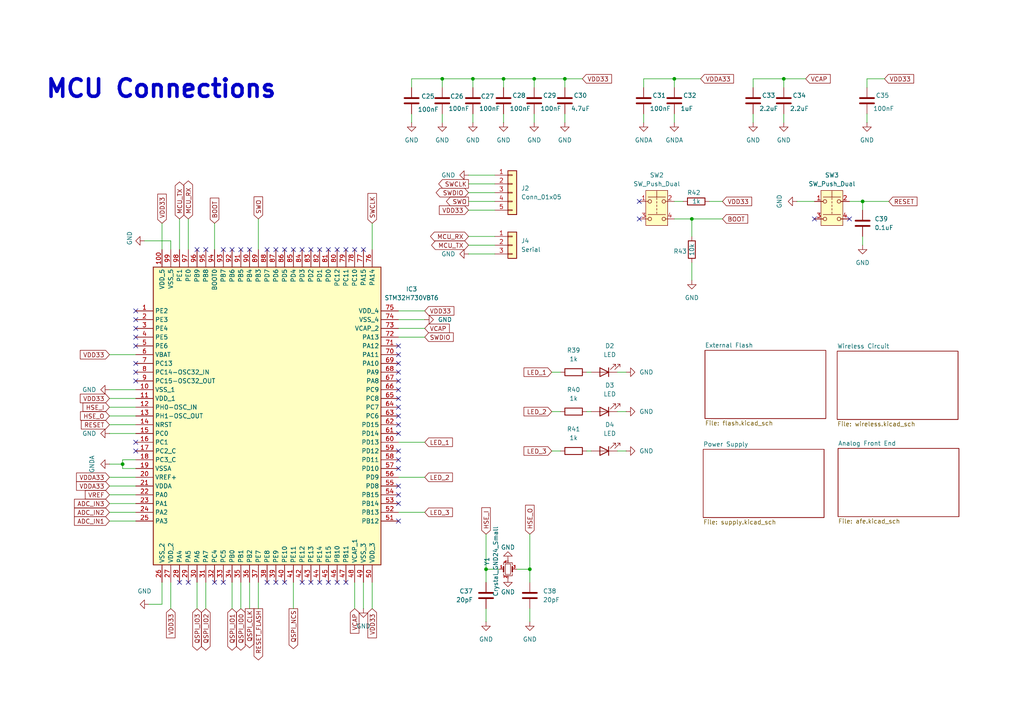
<source format=kicad_sch>
(kicad_sch (version 20231120) (generator "eeschema") (generator_version "8.0")
  (paper "A4")
  (lib_symbols
    (symbol "Connector_Generic:Conn_01x03" (pin_names (offset 1.016) hide)
      (property "Reference" "J" (at 0 5.08 0))
      (property "Value" "Conn_01x03" (at 0 -5.08 0))
      (symbol "Conn_01x03_1_1"
        (rectangle (start -1.27 -2.413) (end 0 -2.667) (stroke (width 0.1524)))
        (rectangle (start -1.27 0.127) (end 0 -0.127) (stroke (width 0.1524)))
        (rectangle (start -1.27 2.667) (end 0 2.413) (stroke (width 0.1524)))
        (rectangle (start -1.27 3.81) (end 1.27 -3.81) (stroke (width 0.254)) (fill (type background)))
        (pin passive line (at -5.08 2.54 0) (length 3.81) (name "Pin_1") (number "1"))
        (pin passive line (at -5.08 0 0) (length 3.81) (name "Pin_2") (number "2"))
        (pin passive line (at -5.08 -2.54 0) (length 3.81) (name "Pin_3") (number "3"))
      )
    )
    (symbol "Connector_Generic:Conn_01x05" (pin_names (offset 1.016) hide)
      (property "Reference" "J" (at 0 7.62 0))
      (property "Value" "Conn_01x05" (at 0 -7.62 0))
      (symbol "Conn_01x05_1_1"
        (rectangle (start -1.27 -4.953) (end 0 -5.207) (stroke (width 0.1524)))
        (rectangle (start -1.27 -2.413) (end 0 -2.667) (stroke (width 0.1524)))
        (rectangle (start -1.27 0.127) (end 0 -0.127) (stroke (width 0.1524)))
        (rectangle (start -1.27 2.667) (end 0 2.413) (stroke (width 0.1524)))
        (rectangle (start -1.27 5.207) (end 0 4.953) (stroke (width 0.1524)))
        (rectangle (start -1.27 6.35) (end 1.27 -6.35) (stroke (width 0.254)) (fill (type background)))
        (pin passive line (at -5.08 5.08 0) (length 3.81) (name "Pin_1") (number "1"))
        (pin passive line (at -5.08 2.54 0) (length 3.81) (name "Pin_2") (number "2"))
        (pin passive line (at -5.08 0 0) (length 3.81) (name "Pin_3") (number "3"))
        (pin passive line (at -5.08 -2.54 0) (length 3.81) (name "Pin_4") (number "4"))
        (pin passive line (at -5.08 -5.08 0) (length 3.81) (name "Pin_5") (number "5"))
      )
    )
    (symbol "Device:C" (pin_numbers hide) (pin_names (offset 0.254))
      (property "Reference" "C" (at 0.635 2.54 0))
      (property "Value" "C" (at 0.635 -2.54 0))
      (symbol "C_0_1"
        (polyline (pts (xy -2.032 -0.762) (xy 2.032 -0.762)) (stroke (width 0.508)))
        (polyline (pts (xy -2.032 0.762) (xy 2.032 0.762)) (stroke (width 0.508)))
      )
      (symbol "C_1_1"
        (pin passive line (at 0 3.81 270) (length 2.794) (name "~") (number "1"))
        (pin passive line (at 0 -3.81 90) (length 2.794) (name "~") (number "2"))
      )
    )
    (symbol "Device:Crystal_GND24_Small" (pin_names (offset 1.016) hide)
      (property "Reference" "Y" (at 1.27 4.445 0))
      (property "Value" "Crystal_GND24_Small" (at 1.27 2.54 0))
      (symbol "Crystal_GND24_Small_0_1"
        (rectangle (start -0.762 -1.524) (end 0.762 1.524))
        (polyline (pts (xy -1.27 -0.762) (xy -1.27 0.762)) (stroke (width 0.381)))
        (polyline (pts (xy 1.27 -0.762) (xy 1.27 0.762)) (stroke (width 0.381)))
        (polyline (pts (xy -1.27 -1.27) (xy -1.27 -1.905) (xy 1.27 -1.905) (xy 1.27 -1.27)))
        (polyline (pts (xy -1.27 1.27) (xy -1.27 1.905) (xy 1.27 1.905) (xy 1.27 1.27)))
      )
      (symbol "Crystal_GND24_Small_1_1"
        (pin passive line (at -2.54 0 0) (length 1.27) (name "1") (number "1"))
        (pin passive line (at 0 -2.54 90) (length 0.635) (name "2") (number "2"))
        (pin passive line (at 2.54 0 180) (length 1.27) (name "3") (number "3"))
        (pin passive line (at 0 2.54 270) (length 0.635) (name "4") (number "4"))
      )
    )
    (symbol "Device:LED" (pin_numbers hide) (pin_names (offset 1.016) hide)
      (property "Reference" "D" (at 0 2.54 0))
      (property "Value" "LED" (at 0 -2.54 0))
      (symbol "LED_0_1"
        (polyline (pts (xy -1.27 -1.27) (xy -1.27 1.27)) (stroke (width 0.254)))
        (polyline (pts (xy -1.27 0) (xy 1.27 0)))
        (polyline (pts (xy 1.27 -1.27) (xy 1.27 1.27) (xy -1.27 0) (xy 1.27 -1.27)) (stroke (width 0.254)))
        (polyline (pts (xy -3.048 -0.762) (xy -4.572 -2.286) (xy -3.81 -2.286) (xy -4.572 -2.286) (xy -4.572 -1.524)))
        (polyline (pts (xy -1.778 -0.762) (xy -3.302 -2.286) (xy -2.54 -2.286) (xy -3.302 -2.286) (xy -3.302 -1.524)))
      )
      (symbol "LED_1_1"
        (pin passive line (at -3.81 0 0) (length 2.54) (name "K") (number "1"))
        (pin passive line (at 3.81 0 180) (length 2.54) (name "A") (number "2"))
      )
    )
    (symbol "Device:R" (pin_numbers hide) (pin_names (offset 0))
      (property "Reference" "R" (at 2.032 0 90))
      (property "Value" "R" (at 0 0 90))
      (symbol "R_0_1"
        (rectangle (start -1.016 -2.54) (end 1.016 2.54) (stroke (width 0.254)))
      )
      (symbol "R_1_1"
        (pin passive line (at 0 3.81 270) (length 1.27) (name "~") (number "1"))
        (pin passive line (at 0 -3.81 90) (length 1.27) (name "~") (number "2"))
      )
    )
    (symbol "STM32H730VBT6:STM32H730VBT6"
      (property "Reference" "IC" (at 72.39 17.78 0))
      (property "Value" "STM32H730VBT6" (at 72.39 15.24 0))
      (symbol "STM32H730VBT6_1_1"
        (rectangle (start 5.08 12.7) (end 71.12 -73.66) (stroke (width 0.254)) (fill (type background)))
        (pin passive line (at 0 0 0) (length 5.08) (name "PE2") (number "1"))
        (pin passive line (at 0 -22.86 0) (length 5.08) (name "VSS_1") (number "10"))
        (pin passive line (at 7.62 17.78 270) (length 5.08) (name "VDD_5") (number "100"))
        (pin passive line (at 0 -25.4 0) (length 5.08) (name "VDD_1") (number "11"))
        (pin passive line (at 0 -27.94 0) (length 5.08) (name "PH0-OSC_IN") (number "12"))
        (pin passive line (at 0 -30.48 0) (length 5.08) (name "PH1-OSC_OUT") (number "13"))
        (pin passive line (at 0 -33.02 0) (length 5.08) (name "NRST") (number "14"))
        (pin passive line (at 0 -35.56 0) (length 5.08) (name "PC0") (number "15"))
        (pin passive line (at 0 -38.1 0) (length 5.08) (name "PC1") (number "16"))
        (pin passive line (at 0 -40.64 0) (length 5.08) (name "PC2_C") (number "17"))
        (pin passive line (at 0 -43.18 0) (length 5.08) (name "PC3_C") (number "18"))
        (pin passive line (at 0 -45.72 0) (length 5.08) (name "VSSA") (number "19"))
        (pin passive line (at 0 -2.54 0) (length 5.08) (name "PE3") (number "2"))
        (pin passive line (at 0 -48.26 0) (length 5.08) (name "VREF+") (number "20"))
        (pin passive line (at 0 -50.8 0) (length 5.08) (name "VDDA") (number "21"))
        (pin passive line (at 0 -53.34 0) (length 5.08) (name "PA0") (number "22"))
        (pin passive line (at 0 -55.88 0) (length 5.08) (name "PA1") (number "23"))
        (pin passive line (at 0 -58.42 0) (length 5.08) (name "PA2") (number "24"))
        (pin passive line (at 0 -60.96 0) (length 5.08) (name "PA3") (number "25"))
        (pin passive line (at 7.62 -78.74 90) (length 5.08) (name "VSS_2") (number "26"))
        (pin passive line (at 10.16 -78.74 90) (length 5.08) (name "VDD_2") (number "27"))
        (pin passive line (at 12.7 -78.74 90) (length 5.08) (name "PA4") (number "28"))
        (pin passive line (at 15.24 -78.74 90) (length 5.08) (name "PA5") (number "29"))
        (pin passive line (at 0 -5.08 0) (length 5.08) (name "PE4") (number "3"))
        (pin passive line (at 17.78 -78.74 90) (length 5.08) (name "PA6") (number "30"))
        (pin passive line (at 20.32 -78.74 90) (length 5.08) (name "PA7") (number "31"))
        (pin passive line (at 22.86 -78.74 90) (length 5.08) (name "PC4") (number "32"))
        (pin passive line (at 25.4 -78.74 90) (length 5.08) (name "PC5") (number "33"))
        (pin passive line (at 27.94 -78.74 90) (length 5.08) (name "PB0") (number "34"))
        (pin passive line (at 30.48 -78.74 90) (length 5.08) (name "PB1") (number "35"))
        (pin passive line (at 33.02 -78.74 90) (length 5.08) (name "PB2") (number "36"))
        (pin passive line (at 35.56 -78.74 90) (length 5.08) (name "PE7") (number "37"))
        (pin passive line (at 38.1 -78.74 90) (length 5.08) (name "PE8") (number "38"))
        (pin passive line (at 40.64 -78.74 90) (length 5.08) (name "PE9") (number "39"))
        (pin passive line (at 0 -7.62 0) (length 5.08) (name "PE5") (number "4"))
        (pin passive line (at 43.18 -78.74 90) (length 5.08) (name "PE10") (number "40"))
        (pin passive line (at 45.72 -78.74 90) (length 5.08) (name "PE11") (number "41"))
        (pin passive line (at 48.26 -78.74 90) (length 5.08) (name "PE12") (number "42"))
        (pin passive line (at 50.8 -78.74 90) (length 5.08) (name "PE13") (number "43"))
        (pin passive line (at 53.34 -78.74 90) (length 5.08) (name "PE14") (number "44"))
        (pin passive line (at 55.88 -78.74 90) (length 5.08) (name "PE15") (number "45"))
        (pin passive line (at 58.42 -78.74 90) (length 5.08) (name "PB10") (number "46"))
        (pin passive line (at 60.96 -78.74 90) (length 5.08) (name "PB11") (number "47"))
        (pin passive line (at 63.5 -78.74 90) (length 5.08) (name "VCAP_1") (number "48"))
        (pin passive line (at 66.04 -78.74 90) (length 5.08) (name "VSS_3") (number "49"))
        (pin passive line (at 0 -10.16 0) (length 5.08) (name "PE6") (number "5"))
        (pin passive line (at 68.58 -78.74 90) (length 5.08) (name "VDD_3") (number "50"))
        (pin passive line (at 76.2 -60.96 180) (length 5.08) (name "PB12") (number "51"))
        (pin passive line (at 76.2 -58.42 180) (length 5.08) (name "PB13") (number "52"))
        (pin passive line (at 76.2 -55.88 180) (length 5.08) (name "PB14") (number "53"))
        (pin passive line (at 76.2 -53.34 180) (length 5.08) (name "PB15") (number "54"))
        (pin passive line (at 76.2 -50.8 180) (length 5.08) (name "PD8") (number "55"))
        (pin passive line (at 76.2 -48.26 180) (length 5.08) (name "PD9") (number "56"))
        (pin passive line (at 76.2 -45.72 180) (length 5.08) (name "PD10") (number "57"))
        (pin passive line (at 76.2 -43.18 180) (length 5.08) (name "PD11") (number "58"))
        (pin passive line (at 76.2 -40.64 180) (length 5.08) (name "PD12") (number "59"))
        (pin passive line (at 0 -12.7 0) (length 5.08) (name "VBAT") (number "6"))
        (pin passive line (at 76.2 -38.1 180) (length 5.08) (name "PD13") (number "60"))
        (pin passive line (at 76.2 -35.56 180) (length 5.08) (name "PD14") (number "61"))
        (pin passive line (at 76.2 -33.02 180) (length 5.08) (name "PD15") (number "62"))
        (pin passive line (at 76.2 -30.48 180) (length 5.08) (name "PC6") (number "63"))
        (pin passive line (at 76.2 -27.94 180) (length 5.08) (name "PC7") (number "64"))
        (pin passive line (at 76.2 -25.4 180) (length 5.08) (name "PC8") (number "65"))
        (pin passive line (at 76.2 -22.86 180) (length 5.08) (name "PC9") (number "66"))
        (pin passive line (at 76.2 -20.32 180) (length 5.08) (name "PA8") (number "67"))
        (pin passive line (at 76.2 -17.78 180) (length 5.08) (name "PA9") (number "68"))
        (pin passive line (at 76.2 -15.24 180) (length 5.08) (name "PA10") (number "69"))
        (pin passive line (at 0 -15.24 0) (length 5.08) (name "PC13") (number "7"))
        (pin passive line (at 76.2 -12.7 180) (length 5.08) (name "PA11") (number "70"))
        (pin passive line (at 76.2 -10.16 180) (length 5.08) (name "PA12") (number "71"))
        (pin passive line (at 76.2 -7.62 180) (length 5.08) (name "PA13") (number "72"))
        (pin passive line (at 76.2 -5.08 180) (length 5.08) (name "VCAP_2") (number "73"))
        (pin passive line (at 76.2 -2.54 180) (length 5.08) (name "VSS_4") (number "74"))
        (pin passive line (at 76.2 0 180) (length 5.08) (name "VDD_4") (number "75"))
        (pin passive line (at 68.58 17.78 270) (length 5.08) (name "PA14") (number "76"))
        (pin passive line (at 66.04 17.78 270) (length 5.08) (name "PA15") (number "77"))
        (pin passive line (at 63.5 17.78 270) (length 5.08) (name "PC10") (number "78"))
        (pin passive line (at 60.96 17.78 270) (length 5.08) (name "PC11") (number "79"))
        (pin passive line (at 0 -17.78 0) (length 5.08) (name "PC14-OSC32_IN") (number "8"))
        (pin passive line (at 58.42 17.78 270) (length 5.08) (name "PC12") (number "80"))
        (pin passive line (at 55.88 17.78 270) (length 5.08) (name "PD0") (number "81"))
        (pin passive line (at 53.34 17.78 270) (length 5.08) (name "PD1") (number "82"))
        (pin passive line (at 50.8 17.78 270) (length 5.08) (name "PD2") (number "83"))
        (pin passive line (at 48.26 17.78 270) (length 5.08) (name "PD3") (number "84"))
        (pin passive line (at 45.72 17.78 270) (length 5.08) (name "PD4") (number "85"))
        (pin passive line (at 43.18 17.78 270) (length 5.08) (name "PD5") (number "86"))
        (pin passive line (at 40.64 17.78 270) (length 5.08) (name "PD6") (number "87"))
        (pin passive line (at 38.1 17.78 270) (length 5.08) (name "PD7") (number "88"))
        (pin passive line (at 35.56 17.78 270) (length 5.08) (name "PB3") (number "89"))
        (pin passive line (at 0 -20.32 0) (length 5.08) (name "PC15-OSC32_OUT") (number "9"))
        (pin passive line (at 33.02 17.78 270) (length 5.08) (name "PB4") (number "90"))
        (pin passive line (at 30.48 17.78 270) (length 5.08) (name "PB5") (number "91"))
        (pin passive line (at 27.94 17.78 270) (length 5.08) (name "PB6") (number "92"))
        (pin passive line (at 25.4 17.78 270) (length 5.08) (name "PB7") (number "93"))
        (pin passive line (at 22.86 17.78 270) (length 5.08) (name "BOOT0") (number "94"))
        (pin passive line (at 20.32 17.78 270) (length 5.08) (name "PB8") (number "95"))
        (pin passive line (at 17.78 17.78 270) (length 5.08) (name "PB9") (number "96"))
        (pin passive line (at 15.24 17.78 270) (length 5.08) (name "PE0") (number "97"))
        (pin passive line (at 12.7 17.78 270) (length 5.08) (name "PE1") (number "98"))
        (pin passive line (at 10.16 17.78 270) (length 5.08) (name "VSS_5") (number "99"))
      )
    )
    (symbol "Switch:SW_Push_Dual" (pin_names (offset 1.016) hide)
      (property "Reference" "SW" (at 0 7.62 0))
      (property "Value" "SW_Push_Dual" (at 0 -6.35 0))
      (symbol "SW_Push_Dual_0_1"
        (circle (center -2.032 -2.54) (radius 0.508))
        (circle (center -2.032 2.54) (radius 0.508))
        (polyline (pts (xy 0 -0.508) (xy 0 -1.016)))
        (polyline (pts (xy 0 0.508) (xy 0 0)))
        (polyline (pts (xy 0 1.016) (xy 0 1.524)))
        (polyline (pts (xy 0 2.032) (xy 0 2.54)))
        (polyline (pts (xy 0 3.048) (xy 0 3.556)))
        (polyline (pts (xy 0 3.81) (xy 0 5.588)))
        (polyline (pts (xy 2.54 -1.27) (xy -2.54 -1.27)))
        (polyline (pts (xy 2.54 3.81) (xy -2.54 3.81)))
        (circle (center 2.032 -2.54) (radius 0.508))
        (circle (center 2.032 2.54) (radius 0.508))
        (pin passive line (at -5.08 2.54 0) (length 2.54) (name "1") (number "1"))
        (pin passive line (at 5.08 2.54 180) (length 2.54) (name "2") (number "2"))
        (pin passive line (at -5.08 -2.54 0) (length 2.54) (name "3") (number "3"))
        (pin passive line (at 5.08 -2.54 180) (length 2.54) (name "4") (number "4"))
      )
      (symbol "SW_Push_Dual_1_1"
        (rectangle (start -3.175 5.715) (end 3.175 -4.445) (fill (type background)))
      )
    )
    (symbol "power:GND" (power) (pin_numbers hide) (pin_names (offset 0) hide)
      (property "Value" "GND" (at 0 -3.81 0))
      (symbol "GND_0_1"
        (polyline (pts (xy 0 0) (xy 0 -1.27) (xy 1.27 -1.27) (xy 0 -2.54) (xy -1.27 -1.27) (xy 0 -1.27)))
      )
      (symbol "GND_1_1"
        (pin power_in line (at 0 0 270) (length 0) (name "~") (number "1"))
      )
    )
    (symbol "power:GNDA" (power) (pin_numbers hide) (pin_names (offset 0) hide)
      (property "Value" "GNDA" (at 0 -3.81 0))
      (symbol "GNDA_0_1"
        (polyline (pts (xy 0 0) (xy 0 -1.27) (xy 1.27 -1.27) (xy 0 -2.54) (xy -1.27 -1.27) (xy 0 -1.27)))
      )
      (symbol "GNDA_1_1"
        (pin power_in line (at 0 0 270) (length 0) (name "~") (number "1"))
      )
    )
  )
  (junction (at 250.19 58.42))
  (junction (at 195.58 22.86))
  (junction (at 146.05 22.86))
  (junction (at 227.33 22.86))
  (junction (at 200.66 63.5))
  (junction (at 163.83 22.86))
  (junction (at 153.67 165.1))
  (junction (at 35.56 134.62))
  (junction (at 128.27 22.86))
  (junction (at 137.16 22.86))
  (junction (at 154.94 22.86))
  (junction (at 140.97 165.1))
  (no_connect (at 115.57 151.13))
  (no_connect (at 80.01 72.39))
  (no_connect (at 39.37 92.71))
  (no_connect (at 39.37 130.81))
  (no_connect (at 39.37 105.41))
  (no_connect (at 100.33 168.91))
  (no_connect (at 105.41 72.39))
  (no_connect (at 64.77 168.91))
  (no_connect (at 82.55 72.39))
  (no_connect (at 115.57 135.89))
  (no_connect (at 97.79 168.91))
  (no_connect (at 92.71 168.91))
  (no_connect (at 115.57 113.03))
  (no_connect (at 39.37 97.79))
  (no_connect (at 95.25 168.91))
  (no_connect (at 39.37 107.95))
  (no_connect (at 115.57 115.57))
  (no_connect (at 85.09 72.39))
  (no_connect (at 90.17 168.91))
  (no_connect (at 87.63 168.91))
  (no_connect (at 115.57 143.51))
  (no_connect (at 236.22 63.5))
  (no_connect (at 77.47 72.39))
  (no_connect (at 185.42 58.42))
  (no_connect (at 39.37 128.27))
  (no_connect (at 115.57 102.87))
  (no_connect (at 54.61 168.91))
  (no_connect (at 39.37 110.49))
  (no_connect (at 64.77 72.39))
  (no_connect (at 95.25 72.39))
  (no_connect (at 246.38 63.5))
  (no_connect (at 90.17 72.39))
  (no_connect (at 115.57 110.49))
  (no_connect (at 100.33 72.39))
  (no_connect (at 67.31 72.39))
  (no_connect (at 39.37 100.33))
  (no_connect (at 115.57 140.97))
  (no_connect (at 115.57 125.73))
  (no_connect (at 82.55 168.91))
  (no_connect (at 77.47 168.91))
  (no_connect (at 115.57 133.35))
  (no_connect (at 92.71 72.39))
  (no_connect (at 80.01 168.91))
  (no_connect (at 69.85 72.39))
  (no_connect (at 115.57 130.81))
  (no_connect (at 39.37 95.25))
  (no_connect (at 115.57 146.05))
  (no_connect (at 57.15 72.39))
  (no_connect (at 62.23 168.91))
  (no_connect (at 115.57 123.19))
  (no_connect (at 87.63 72.39))
  (no_connect (at 39.37 90.17))
  (no_connect (at 115.57 107.95))
  (no_connect (at 59.69 72.39))
  (no_connect (at 115.57 118.11))
  (no_connect (at 102.87 72.39))
  (no_connect (at 97.79 72.39))
  (no_connect (at 115.57 100.33))
  (no_connect (at 185.42 63.5))
  (no_connect (at 52.07 168.91))
  (no_connect (at 115.57 105.41))
  (no_connect (at 72.39 72.39))
  (no_connect (at 115.57 120.65))
  (wire (pts (xy 115.57 128.27) (xy 123.19 128.27)))
  (wire (pts (xy 160.02 130.81) (xy 162.56 130.81)))
  (wire (pts (xy 31.75 115.57) (xy 39.37 115.57)))
  (wire (pts (xy 119.38 22.86) (xy 128.27 22.86)))
  (wire (pts (xy 227.33 22.86) (xy 233.68 22.86)))
  (wire (pts (xy 195.58 33.02) (xy 195.58 35.56)))
  (wire (pts (xy 137.16 22.86) (xy 128.27 22.86)))
  (wire (pts (xy 31.75 134.62) (xy 35.56 134.62)))
  (wire (pts (xy 218.44 25.4) (xy 218.44 22.86)))
  (wire (pts (xy 135.89 50.8) (xy 143.51 50.8)))
  (wire (pts (xy 135.89 58.42) (xy 143.51 58.42)))
  (wire (pts (xy 31.75 140.97) (xy 39.37 140.97)))
  (wire (pts (xy 31.75 146.05) (xy 39.37 146.05)))
  (wire (pts (xy 200.66 63.5) (xy 195.58 63.5)))
  (wire (pts (xy 170.18 130.81) (xy 171.45 130.81)))
  (wire (pts (xy 153.67 168.91) (xy 153.67 165.1)))
  (wire (pts (xy 135.89 53.34) (xy 143.51 53.34)))
  (wire (pts (xy 115.57 95.25) (xy 123.19 95.25)))
  (wire (pts (xy 154.94 25.4) (xy 154.94 22.86)))
  (wire (pts (xy 170.18 107.95) (xy 171.45 107.95)))
  (wire (pts (xy 85.09 176.53) (xy 85.09 168.91)))
  (wire (pts (xy 57.15 168.91) (xy 57.15 176.53)))
  (wire (pts (xy 115.57 97.79) (xy 123.19 97.79)))
  (wire (pts (xy 49.53 168.91) (xy 49.53 176.53)))
  (wire (pts (xy 137.16 33.02) (xy 137.16 35.56)))
  (wire (pts (xy 137.16 22.86) (xy 146.05 22.86)))
  (wire (pts (xy 140.97 154.94) (xy 140.97 165.1)))
  (wire (pts (xy 31.75 102.87) (xy 39.37 102.87)))
  (wire (pts (xy 181.61 119.38) (xy 179.07 119.38)))
  (wire (pts (xy 163.83 22.86) (xy 168.91 22.86)))
  (wire (pts (xy 218.44 22.86) (xy 227.33 22.86)))
  (wire (pts (xy 102.87 168.91) (xy 102.87 176.53)))
  (wire (pts (xy 140.97 165.1) (xy 144.78 165.1)))
  (wire (pts (xy 195.58 22.86) (xy 186.69 22.86)))
  (wire (pts (xy 41.91 69.85) (xy 49.53 69.85)))
  (wire (pts (xy 115.57 92.71) (xy 123.19 92.71)))
  (wire (pts (xy 154.94 22.86) (xy 163.83 22.86)))
  (wire (pts (xy 31.75 125.73) (xy 39.37 125.73)))
  (wire (pts (xy 46.99 64.77) (xy 46.99 72.39)))
  (wire (pts (xy 43.18 175.26) (xy 46.99 175.26)))
  (wire (pts (xy 251.46 22.86) (xy 251.46 25.4)))
  (wire (pts (xy 74.93 168.91) (xy 74.93 176.53)))
  (wire (pts (xy 149.86 165.1) (xy 153.67 165.1)))
  (wire (pts (xy 218.44 33.02) (xy 218.44 35.56)))
  (wire (pts (xy 181.61 130.81) (xy 179.07 130.81)))
  (wire (pts (xy 251.46 33.02) (xy 251.46 35.56)))
  (wire (pts (xy 128.27 33.02) (xy 128.27 35.56)))
  (wire (pts (xy 181.61 107.95) (xy 179.07 107.95)))
  (wire (pts (xy 250.19 58.42) (xy 257.81 58.42)))
  (wire (pts (xy 163.83 33.02) (xy 163.83 35.56)))
  (wire (pts (xy 146.05 25.4) (xy 146.05 22.86)))
  (wire (pts (xy 227.33 33.02) (xy 227.33 35.56)))
  (wire (pts (xy 107.95 168.91) (xy 107.95 176.53)))
  (wire (pts (xy 195.58 25.4) (xy 195.58 22.86)))
  (wire (pts (xy 72.39 168.91) (xy 72.39 176.53)))
  (wire (pts (xy 119.38 33.02) (xy 119.38 35.56)))
  (wire (pts (xy 31.75 118.11) (xy 39.37 118.11)))
  (wire (pts (xy 186.69 22.86) (xy 186.69 25.4)))
  (wire (pts (xy 135.89 71.12) (xy 143.51 71.12)))
  (wire (pts (xy 52.07 63.5) (xy 52.07 72.39)))
  (wire (pts (xy 49.53 69.85) (xy 49.53 72.39)))
  (wire (pts (xy 31.75 151.13) (xy 39.37 151.13)))
  (wire (pts (xy 135.89 55.88) (xy 143.51 55.88)))
  (wire (pts (xy 227.33 22.86) (xy 227.33 25.4)))
  (wire (pts (xy 69.85 168.91) (xy 69.85 176.53)))
  (wire (pts (xy 186.69 33.02) (xy 186.69 35.56)))
  (wire (pts (xy 35.56 134.62) (xy 35.56 135.89)))
  (wire (pts (xy 246.38 58.42) (xy 250.19 58.42)))
  (wire (pts (xy 153.67 176.53) (xy 153.67 180.34)))
  (wire (pts (xy 115.57 90.17) (xy 123.19 90.17)))
  (wire (pts (xy 200.66 63.5) (xy 200.66 68.58)))
  (wire (pts (xy 31.75 138.43) (xy 39.37 138.43)))
  (wire (pts (xy 251.46 22.86) (xy 256.54 22.86)))
  (wire (pts (xy 250.19 58.42) (xy 250.19 60.96)))
  (wire (pts (xy 250.19 68.58) (xy 250.19 71.12)))
  (wire (pts (xy 200.66 76.2) (xy 200.66 81.28)))
  (wire (pts (xy 154.94 33.02) (xy 154.94 35.56)))
  (wire (pts (xy 195.58 22.86) (xy 203.2 22.86)))
  (wire (pts (xy 140.97 176.53) (xy 140.97 180.34)))
  (wire (pts (xy 54.61 63.5) (xy 54.61 72.39)))
  (wire (pts (xy 163.83 22.86) (xy 163.83 25.4)))
  (wire (pts (xy 31.75 113.03) (xy 39.37 113.03)))
  (wire (pts (xy 115.57 148.59) (xy 123.19 148.59)))
  (wire (pts (xy 46.99 175.26) (xy 46.99 168.91)))
  (wire (pts (xy 135.89 68.58) (xy 143.51 68.58)))
  (wire (pts (xy 31.75 123.19) (xy 39.37 123.19)))
  (wire (pts (xy 39.37 133.35) (xy 35.56 133.35)))
  (wire (pts (xy 198.12 58.42) (xy 195.58 58.42)))
  (wire (pts (xy 31.75 120.65) (xy 39.37 120.65)))
  (wire (pts (xy 160.02 119.38) (xy 162.56 119.38)))
  (wire (pts (xy 119.38 25.4) (xy 119.38 22.86)))
  (wire (pts (xy 135.89 73.66) (xy 143.51 73.66)))
  (wire (pts (xy 236.22 58.42) (xy 231.14 58.42)))
  (wire (pts (xy 137.16 25.4) (xy 137.16 22.86)))
  (wire (pts (xy 170.18 119.38) (xy 171.45 119.38)))
  (wire (pts (xy 115.57 138.43) (xy 123.19 138.43)))
  (wire (pts (xy 135.89 60.96) (xy 143.51 60.96)))
  (wire (pts (xy 140.97 168.91) (xy 140.97 165.1)))
  (wire (pts (xy 74.93 63.5) (xy 74.93 72.39)))
  (wire (pts (xy 128.27 22.86) (xy 128.27 25.4)))
  (wire (pts (xy 209.55 58.42) (xy 205.74 58.42)))
  (wire (pts (xy 209.55 63.5) (xy 200.66 63.5)))
  (wire (pts (xy 105.41 168.91) (xy 105.41 176.53)))
  (wire (pts (xy 31.75 148.59) (xy 39.37 148.59)))
  (wire (pts (xy 146.05 33.02) (xy 146.05 35.56)))
  (wire (pts (xy 153.67 154.94) (xy 153.67 165.1)))
  (wire (pts (xy 35.56 133.35) (xy 35.56 134.62)))
  (wire (pts (xy 67.31 168.91) (xy 67.31 176.53)))
  (wire (pts (xy 62.23 64.77) (xy 62.23 72.39)))
  (wire (pts (xy 31.75 143.51) (xy 39.37 143.51)))
  (wire (pts (xy 35.56 135.89) (xy 39.37 135.89)))
  (wire (pts (xy 59.69 168.91) (xy 59.69 176.53)))
  (wire (pts (xy 107.95 64.77) (xy 107.95 72.39)))
  (wire (pts (xy 154.94 22.86) (xy 146.05 22.86)))
  (wire (pts (xy 160.02 107.95) (xy 162.56 107.95)))
  (text "MCU Connections\n\n" (at 46.736 29.972 0) (effects (font (size 5.08 5.08) (thickness 1.016) (bold yes))))
  (global_label "VDDA33" (shape input) (at 31.75 140.97 180) (property "Intersheetrefs" "${INTERSHEET_REFS}" (effects (hide yes))))
  (global_label "HSE_I" (shape input) (at 140.97 154.94 90) (property "Intersheetrefs" "${INTERSHEET_REFS}" (effects (hide yes))))
  (global_label "VDD33" (shape input) (at 107.95 176.53 270) (property "Intersheetrefs" "${INTERSHEET_REFS}" (effects (hide yes))))
  (global_label "SWCLK" (shape output) (at 135.89 53.34 180) (property "Intersheetrefs" "${INTERSHEET_REFS}" (effects (hide yes))))
  (global_label "HSE_O" (shape input) (at 153.67 154.94 90) (property "Intersheetrefs" "${INTERSHEET_REFS}" (effects (hide yes))))
  (global_label "SWDIO" (shape bidirectional) (at 135.89 55.88 180) (property "Intersheetrefs" "${INTERSHEET_REFS}" (effects (hide yes))))
  (global_label "VDDA33" (shape input) (at 31.75 138.43 180) (property "Intersheetrefs" "${INTERSHEET_REFS}" (effects (hide yes))))
  (global_label "VDD33" (shape input) (at 209.55 58.42 0) (property "Intersheetrefs" "${INTERSHEET_REFS}" (effects (hide yes))))
  (global_label "VDD33" (shape input) (at 31.75 102.87 180) (property "Intersheetrefs" "${INTERSHEET_REFS}" (effects (hide yes))))
  (global_label "VREF" (shape input) (at 31.75 143.51 180) (property "Intersheetrefs" "${INTERSHEET_REFS}" (effects (hide yes))))
  (global_label "VDD33" (shape input) (at 123.19 90.17 0) (property "Intersheetrefs" "${INTERSHEET_REFS}" (effects (hide yes))))
  (global_label "VDD33" (shape input) (at 135.89 60.96 180) (property "Intersheetrefs" "${INTERSHEET_REFS}" (effects (hide yes))))
  (global_label "SWO" (shape input) (at 74.93 63.5 90) (property "Intersheetrefs" "${INTERSHEET_REFS}" (effects (hide yes))))
  (global_label "LED_1" (shape input) (at 123.19 128.27 0) (property "Intersheetrefs" "${INTERSHEET_REFS}" (effects (hide yes))))
  (global_label "MCU_RX" (shape bidirectional) (at 135.89 68.58 180) (property "Intersheetrefs" "${INTERSHEET_REFS}" (effects (hide yes))))
  (global_label "QSPI_NCS" (shape output) (at 85.09 176.53 270) (property "Intersheetrefs" "${INTERSHEET_REFS}" (effects (hide yes))))
  (global_label "VDD33" (shape input) (at 49.53 176.53 270) (property "Intersheetrefs" "${INTERSHEET_REFS}" (effects (hide yes))))
  (global_label "QSPI_IO1" (shape bidirectional) (at 67.31 176.53 270) (property "Intersheetrefs" "${INTERSHEET_REFS}" (effects (hide yes))))
  (global_label "LED_3" (shape input) (at 123.19 148.59 0) (property "Intersheetrefs" "${INTERSHEET_REFS}" (effects (hide yes))))
  (global_label "HSE_I" (shape input) (at 31.75 118.11 180) (property "Intersheetrefs" "${INTERSHEET_REFS}" (effects (hide yes))))
  (global_label "BOOT" (shape input) (at 209.55 63.5 0) (property "Intersheetrefs" "${INTERSHEET_REFS}" (effects (hide yes))))
  (global_label "MCU_TX" (shape bidirectional) (at 52.07 63.5 90) (property "Intersheetrefs" "${INTERSHEET_REFS}" (effects (hide yes))))
  (global_label "SWO" (shape output) (at 135.89 58.42 180) (property "Intersheetrefs" "${INTERSHEET_REFS}" (effects (hide yes))))
  (global_label "VDDA33" (shape input) (at 203.2 22.86 0) (property "Intersheetrefs" "${INTERSHEET_REFS}" (effects (hide yes))))
  (global_label "RESET_FLASH" (shape output) (at 74.93 176.53 270) (property "Intersheetrefs" "${INTERSHEET_REFS}" (effects (hide yes))))
  (global_label "RESET" (shape input) (at 31.75 123.19 180) (property "Intersheetrefs" "${INTERSHEET_REFS}" (effects (hide yes))))
  (global_label "VCAP" (shape input) (at 102.87 176.53 270) (property "Intersheetrefs" "${INTERSHEET_REFS}" (effects (hide yes))))
  (global_label "ADC_IN3" (shape input) (at 31.75 146.05 180) (property "Intersheetrefs" "${INTERSHEET_REFS}" (effects (hide yes))))
  (global_label "VDD33" (shape input) (at 168.91 22.86 0) (property "Intersheetrefs" "${INTERSHEET_REFS}" (effects (hide yes))))
  (global_label "VCAP" (shape input) (at 233.68 22.86 0) (property "Intersheetrefs" "${INTERSHEET_REFS}" (effects (hide yes))))
  (global_label "SWCLK" (shape input) (at 107.95 64.77 90) (property "Intersheetrefs" "${INTERSHEET_REFS}" (effects (hide yes))))
  (global_label "MCU_TX" (shape bidirectional) (at 135.89 71.12 180) (property "Intersheetrefs" "${INTERSHEET_REFS}" (effects (hide yes))))
  (global_label "VCAP" (shape input) (at 123.19 95.25 0) (property "Intersheetrefs" "${INTERSHEET_REFS}" (effects (hide yes))))
  (global_label "LED_1" (shape input) (at 160.02 107.95 180) (property "Intersheetrefs" "${INTERSHEET_REFS}" (effects (hide yes))))
  (global_label "VDD33" (shape input) (at 256.54 22.86 0) (property "Intersheetrefs" "${INTERSHEET_REFS}" (effects (hide yes))))
  (global_label "LED_2" (shape input) (at 160.02 119.38 180) (property "Intersheetrefs" "${INTERSHEET_REFS}" (effects (hide yes))))
  (global_label "ADC_IN1" (shape input) (at 31.75 151.13 180) (property "Intersheetrefs" "${INTERSHEET_REFS}" (effects (hide yes))))
  (global_label "SWDIO" (shape input) (at 123.19 97.79 0) (property "Intersheetrefs" "${INTERSHEET_REFS}" (effects (hide yes))))
  (global_label "VDD33" (shape input) (at 46.99 64.77 90) (property "Intersheetrefs" "${INTERSHEET_REFS}" (effects (hide yes))))
  (global_label "ADC_IN2" (shape input) (at 31.75 148.59 180) (property "Intersheetrefs" "${INTERSHEET_REFS}" (effects (hide yes))))
  (global_label "VDD33" (shape input) (at 31.75 115.57 180) (property "Intersheetrefs" "${INTERSHEET_REFS}" (effects (hide yes))))
  (global_label "LED_2" (shape input) (at 123.19 138.43 0) (property "Intersheetrefs" "${INTERSHEET_REFS}" (effects (hide yes))))
  (global_label "HSE_O" (shape input) (at 31.75 120.65 180) (property "Intersheetrefs" "${INTERSHEET_REFS}" (effects (hide yes))))
  (global_label "QSPI_IO0" (shape bidirectional) (at 69.85 176.53 270) (property "Intersheetrefs" "${INTERSHEET_REFS}" (effects (hide yes))))
  (global_label "QSPI_IO2" (shape bidirectional) (at 59.69 176.53 270) (property "Intersheetrefs" "${INTERSHEET_REFS}" (effects (hide yes))))
  (global_label "BOOT" (shape input) (at 62.23 64.77 90) (property "Intersheetrefs" "${INTERSHEET_REFS}" (effects (hide yes))))
  (global_label "LED_3" (shape input) (at 160.02 130.81 180) (property "Intersheetrefs" "${INTERSHEET_REFS}" (effects (hide yes))))
  (global_label "QSPI_CLK" (shape output) (at 72.39 176.53 270) (property "Intersheetrefs" "${INTERSHEET_REFS}" (effects (hide yes))))
  (global_label "RESET" (shape input) (at 257.81 58.42 0) (property "Intersheetrefs" "${INTERSHEET_REFS}" (effects (hide yes))))
  (global_label "QSPI_IO3" (shape bidirectional) (at 57.15 176.53 270) (property "Intersheetrefs" "${INTERSHEET_REFS}" (effects (hide yes))))
  (global_label "MCU_RX" (shape bidirectional) (at 54.61 63.5 90) (property "Intersheetrefs" "${INTERSHEET_REFS}" (effects (hide yes))))
  (symbol (lib_id "power:GND") (at 147.32 162.56 180) (unit 1)
    (property "Reference" "#PWR106" (effects (hide yes)))
    (property "Value" "GND" (at 147.32 158.75 0))
    (property "Description" "Power symbol creates a global label with name \"GND\" , ground" (effects (hide yes)))
  )
  (symbol (lib_id "Device:C") (at 218.44 29.21 0) (unit 1)
    (property "Reference" "C33" (at 220.98 27.686 0) (effects (justify left)))
    (property "Value" "2.2uF" (at 220.218 31.496 0) (effects (justify left)))
    (property "Footprint" "Capacitor_SMD:C_0402_1005Metric" (effects (hide yes)))
    (property "Description" "Unpolarized capacitor" (effects (hide yes)))
    (property "Mouser Part Number" "581-04026D105MAT4A" (effects (hide yes)))
  )
  (symbol (lib_id "Device:C") (at 140.97 172.72 0) (mirror y) (unit 1)
    (property "Reference" "C37" (at 137.16 171.4499 0) (effects (justify left)))
    (property "Value" "20pF" (at 137.16 173.9899 0) (effects (justify left)))
    (property "Footprint" "Capacitor_SMD:C_0402_1005Metric" (effects (hide yes)))
    (property "Description" "Unpolarized capacitor" (effects (hide yes)))
    (property "Mouser Part Number" "77-VJ0402D200FXCAJ" (effects (hide yes)))
  )
  (symbol (lib_id "Device:C") (at 154.94 29.21 0) (unit 1)
    (property "Reference" "C29" (at 157.48 27.686 0) (effects (justify left)))
    (property "Value" "100nF" (at 156.718 31.496 0) (effects (justify left)))
    (property "Footprint" "Capacitor_SMD:C_0402_1005Metric" (effects (hide yes)))
    (property "Description" "Unpolarized capacitor" (effects (hide yes)))
    (property "Mouser Part Number" "581-0402X7R104KT7AT" (effects (hide yes)))
  )
  (symbol (lib_id "Device:LED") (at 175.26 130.81 180) (unit 1)
    (property "Reference" "D4" (at 176.8475 123.19 0))
    (property "Value" "LED" (at 176.8475 125.73 0))
    (property "Footprint" "LED_SMD:LED_0402_1005Metric" (effects (hide yes)))
    (property "Description" "Light emitting diode" (effects (hide yes)))
  )
  (symbol (lib_id "Device:C") (at 137.16 29.21 0) (unit 1)
    (property "Reference" "C27" (at 139.446 27.94 0) (effects (justify left)))
    (property "Value" "100nF" (at 138.938 31.496 0) (effects (justify left)))
    (property "Footprint" "Capacitor_SMD:C_0402_1005Metric" (effects (hide yes)))
    (property "Description" "Unpolarized capacitor" (effects (hide yes)))
    (property "Mouser Part Number" "581-0402X7R104KT7AT" (effects (hide yes)))
  )
  (symbol (lib_id "Device:C") (at 128.27 29.21 0) (unit 1)
    (property "Reference" "C26" (at 130.556 27.94 0) (effects (justify left)))
    (property "Value" "100nF" (at 130.048 31.496 0) (effects (justify left)))
    (property "Footprint" "Capacitor_SMD:C_0402_1005Metric" (effects (hide yes)))
    (property "Description" "Unpolarized capacitor" (effects (hide yes)))
    (property "Mouser Part Number" "581-0402X7R104KT7AT" (effects (hide yes)))
  )
  (symbol (lib_id "power:GND") (at 146.05 35.56 0) (unit 1)
    (property "Reference" "#PWR24" (effects (hide yes)))
    (property "Value" "GND" (at 146.05 40.64 0))
    (property "Description" "Power symbol creates a global label with name \"GND\" , ground" (effects (hide yes)))
  )
  (symbol (lib_id "Switch:SW_Push_Dual") (at 241.3 60.96 0) (unit 1)
    (property "Reference" "SW3" (at 241.3 50.8 0))
    (property "Value" "SW_Push_Dual" (at 241.3 53.34 0))
    (property "Footprint" "tactile_button:TL1030AF350AQJ" (effects (hide yes)))
    (property "Description" "Push button switch, generic, symbol, four pins" (effects (hide yes)))
  )
  (symbol (lib_id "power:GNDA") (at 31.75 134.62 270) (unit 1)
    (property "Reference" "#PWR11" (effects (hide yes)))
    (property "Value" "GNDA" (at 26.67 134.62 0))
    (property "Description" "Power symbol creates a global label with name \"GNDA\" , analog ground" (effects (hide yes)))
  )
  (symbol (lib_id "Device:C") (at 119.38 29.21 0) (unit 1)
    (property "Reference" "C25" (at 122.174 27.94 0) (effects (justify left)))
    (property "Value" "100nF" (at 121.158 31.75 0) (effects (justify left)))
    (property "Footprint" "Capacitor_SMD:C_0402_1005Metric" (effects (hide yes)))
    (property "Description" "Unpolarized capacitor" (effects (hide yes)))
    (property "Mouser Part Number" "581-0402X7R104KT7AT" (effects (hide yes)))
  )
  (symbol (lib_id "Device:C") (at 227.33 29.21 0) (unit 1)
    (property "Reference" "C34" (at 229.87 27.686 0) (effects (justify left)))
    (property "Value" "2.2uF" (at 229.108 31.496 0) (effects (justify left)))
    (property "Footprint" "Capacitor_SMD:C_0402_1005Metric" (effects (hide yes)))
    (property "Description" "Unpolarized capacitor" (effects (hide yes)))
    (property "Mouser Part Number" "581-04026D105MAT4A" (effects (hide yes)))
  )
  (symbol (lib_id "power:GND") (at 200.66 81.28 0) (unit 1)
    (property "Reference" "#PWR16" (effects (hide yes)))
    (property "Value" "GND" (at 200.66 86.36 0))
    (property "Description" "Power symbol creates a global label with name \"GND\" , ground" (effects (hide yes)))
  )
  (symbol (lib_id "power:GND") (at 250.19 71.12 0) (unit 1)
    (property "Reference" "#PWR15" (effects (hide yes)))
    (property "Value" "GND" (at 250.19 76.2 0))
    (property "Description" "Power symbol creates a global label with name \"GND\" , ground" (effects (hide yes)))
  )
  (symbol (lib_id "power:GND") (at 137.16 35.56 0) (unit 1)
    (property "Reference" "#PWR23" (effects (hide yes)))
    (property "Value" "GND" (at 137.16 40.64 0))
    (property "Description" "Power symbol creates a global label with name \"GND\" , ground" (effects (hide yes)))
  )
  (symbol (lib_id "power:GND") (at 147.32 167.64 0) (unit 1)
    (property "Reference" "#PWR105" (effects (hide yes)))
    (property "Value" "GND" (at 147.32 171.704 0))
    (property "Description" "Power symbol creates a global label with name \"GND\" , ground" (effects (hide yes)))
  )
  (symbol (lib_id "power:GND") (at 153.67 180.34 0) (unit 1)
    (property "Reference" "#PWR13" (effects (hide yes)))
    (property "Value" "GND" (at 153.67 185.42 0))
    (property "Description" "Power symbol creates a global label with name \"GND\" , ground" (effects (hide yes)))
  )
  (symbol (lib_id "Device:R") (at 166.37 130.81 90) (unit 1)
    (property "Reference" "R41" (at 166.37 124.46 90))
    (property "Value" "1k" (at 166.37 127 90))
    (property "Footprint" "Resistor_SMD:R_0402_1005Metric" (effects (hide yes)))
    (property "Description" "Resistor" (effects (hide yes)))
  )
  (symbol (lib_id "Device:C") (at 146.05 29.21 0) (unit 1)
    (property "Reference" "C28" (at 148.59 27.686 0) (effects (justify left)))
    (property "Value" "100nF" (at 147.828 31.496 0) (effects (justify left)))
    (property "Footprint" "Capacitor_SMD:C_0402_1005Metric" (effects (hide yes)))
    (property "Description" "Unpolarized capacitor" (effects (hide yes)))
    (property "Mouser Part Number" "581-0402X7R104KT7AT" (effects (hide yes)))
  )
  (symbol (lib_id "STM32H730VBT6:STM32H730VBT6") (at 39.37 90.17 0) (unit 1)
    (property "Reference" "IC3" (at 119.38 83.8514 0))
    (property "Value" "STM32H730VBT6" (at 119.38 86.3914 0))
    (property "Footprint" "stm32h730vbt6:QFP50P1600X1600X160-100N" (effects (hide yes)))
    (property "Datasheet" "https://www.st.com/resource/en/datasheet/stm32h730ab.pdf" (effects (hide yes)))
    (property "Description" "ARM Microcontrollers - MCU 16/32-BITS MICROS" (effects (hide yes)))
    (property "Height" "1.6" (effects (hide yes)))
    (property "Mouser Part Number" "511-STM32H730VBT6" (effects (hide yes)))
    (property "Mouser Price/Stock" "https://www.mouser.co.uk/ProductDetail/STMicroelectronics/STM32H730VBT6?qs=sPbYRqrBIVnma5EfuW22bg%3D%3D" (effects (hide yes)))
    (property "Manufacturer_Name" "STMicroelectronics" (effects (hide yes)))
    (property "Manufacturer_Part_Number" "STM32H730VBT6" (effects (hide yes)))
  )
  (symbol (lib_id "Switch:SW_Push_Dual") (at 190.5 60.96 0) (unit 1)
    (property "Reference" "SW2" (at 190.5 50.8 0))
    (property "Value" "SW_Push_Dual" (at 190.5 53.34 0))
    (property "Footprint" "tactile_button:TL1030AF160BQJ" (effects (hide yes)))
    (property "Datasheet" "https://br.mouser.com/datasheet/2/140/TL1030-3475453.pdf" (effects (hide yes)))
    (property "Description" "Push button switch, generic, symbol, four pins" (effects (hide yes)))
  )
  (symbol (lib_id "power:GND") (at 31.75 113.03 270) (unit 1)
    (property "Reference" "#PWR17" (effects (hide yes)))
    (property "Value" "GND" (at 27.94 113.0299 90) (effects (justify right)))
    (property "Description" "Power symbol creates a global label with name \"GND\" , ground" (effects (hide yes)))
  )
  (symbol (lib_id "power:GND") (at 105.41 176.53 0) (unit 1)
    (property "Reference" "#PWR19" (effects (hide yes)))
    (property "Value" "GND" (at 105.41 181.61 0))
    (property "Description" "Power symbol creates a global label with name \"GND\" , ground" (effects (hide yes)))
  )
  (symbol (lib_id "power:GND") (at 181.61 119.38 90) (unit 1)
    (property "Reference" "#PWR63" (effects (hide yes)))
    (property "Value" "GND" (at 185.42 119.3799 90) (effects (justify right)))
    (property "Description" "Power symbol creates a global label with name \"GND\" , ground" (effects (hide yes)))
  )
  (symbol (lib_id "Device:C") (at 163.83 29.21 0) (unit 1)
    (property "Reference" "C30" (at 166.37 27.686 0) (effects (justify left)))
    (property "Value" "4.7uF" (at 165.608 31.496 0) (effects (justify left)))
    (property "Footprint" "Capacitor_SMD:C_0603_1608Metric" (effects (hide yes)))
    (property "Description" "Unpolarized capacitor" (effects (hide yes)))
    (property "Mouser Part Number" "581-KGM05CS60J106MH" (effects (hide yes)))
  )
  (symbol (lib_id "power:GND") (at 154.94 35.56 0) (unit 1)
    (property "Reference" "#PWR25" (effects (hide yes)))
    (property "Value" "GND" (at 154.94 40.64 0))
    (property "Description" "Power symbol creates a global label with name \"GND\" , ground" (effects (hide yes)))
  )
  (symbol (lib_id "power:GND") (at 41.91 69.85 270) (unit 1)
    (property "Reference" "#PWR53" (effects (hide yes)))
    (property "Value" "GND" (at 37.592 69.088 0))
    (property "Description" "Power symbol creates a global label with name \"GND\" , ground" (effects (hide yes)))
  )
  (symbol (lib_id "Device:C") (at 195.58 29.21 0) (unit 1)
    (property "Reference" "C32" (at 198.12 27.686 0) (effects (justify left)))
    (property "Value" "1uF" (at 197.358 31.496 0) (effects (justify left)))
    (property "Footprint" "Capacitor_SMD:C_0402_1005Metric" (effects (hide yes)))
    (property "Description" "Unpolarized capacitor" (effects (hide yes)))
    (property "Mouser Part Number" "581-04023D105KAT2A" (effects (hide yes)))
  )
  (symbol (lib_id "Device:C") (at 250.19 64.77 0) (unit 1)
    (property "Reference" "C39" (at 253.6527 63.4999 0) (effects (justify left)))
    (property "Value" "0.1uF" (at 253.6527 66.0399 0) (effects (justify left)))
    (property "Footprint" "Capacitor_SMD:C_0402_1005Metric" (effects (hide yes)))
    (property "Description" "Unpolarized capacitor" (effects (hide yes)))
    (property "Mouser Part Number" "581-0402X7R104KT7AT" (effects (hide yes)))
  )
  (symbol (lib_id "Device:C") (at 186.69 29.21 0) (unit 1)
    (property "Reference" "C31" (at 189.23 27.686 0) (effects (justify left)))
    (property "Value" "100nF" (at 188.468 31.496 0) (effects (justify left)))
    (property "Footprint" "Capacitor_SMD:C_0402_1005Metric" (effects (hide yes)))
    (property "Description" "Unpolarized capacitor" (effects (hide yes)))
    (property "Mouser Part Number" "581-0402X7R104KT7AT" (effects (hide yes)))
  )
  (symbol (lib_id "power:GND") (at 119.38 35.56 0) (unit 1)
    (property "Reference" "#PWR21" (effects (hide yes)))
    (property "Value" "GND" (at 119.38 40.64 0))
    (property "Description" "Power symbol creates a global label with name \"GND\" , ground" (effects (hide yes)))
  )
  (symbol (lib_id "Device:C") (at 153.67 172.72 0) (unit 1)
    (property "Reference" "C38" (at 157.48 171.4499 0) (effects (justify left)))
    (property "Value" "20pF" (at 157.48 173.9899 0) (effects (justify left)))
    (property "Footprint" "Capacitor_SMD:C_0402_1005Metric" (effects (hide yes)))
    (property "Description" "Unpolarized capacitor" (effects (hide yes)))
    (property "Mouser Part Number" "77-VJ0402D200FXCAJ" (effects (hide yes)))
  )
  (symbol (lib_id "power:GNDA") (at 195.58 35.56 0) (unit 1)
    (property "Reference" "#PWR33" (effects (hide yes)))
    (property "Value" "GNDA" (at 195.58 40.64 0))
    (property "Description" "Power symbol creates a global label with name \"GNDA\" , analog ground" (effects (hide yes)))
  )
  (symbol (lib_id "Connector_Generic:Conn_01x05") (at 148.59 55.88 0) (unit 1)
    (property "Reference" "J2" (at 151.13 54.6099 0) (effects (justify left)))
    (property "Value" "Conn_01x05" (at 151.13 57.1499 0) (effects (justify left)))
    (property "Footprint" "Connector_PinHeader_2.54mm:PinHeader_1x05_P2.54mm_Vertical" (effects (hide yes)))
    (property "Description" "Generic connector, single row, 01x05, script generated (kicad-library-utils/schlib/autogen/connector/)" (effects (hide yes)))
  )
  (symbol (lib_id "power:GND") (at 163.83 35.56 0) (unit 1)
    (property "Reference" "#PWR26" (effects (hide yes)))
    (property "Value" "GND" (at 163.83 40.64 0))
    (property "Description" "Power symbol creates a global label with name \"GND\" , ground" (effects (hide yes)))
  )
  (symbol (lib_id "Device:R") (at 200.66 72.39 0) (mirror x) (unit 1)
    (property "Reference" "R43" (at 195.326 72.898 0) (effects (justify left)))
    (property "Value" "10k" (at 200.66 70.612 90) (effects (justify left)))
    (property "Footprint" "Resistor_SMD:R_0402_1005Metric" (effects (hide yes)))
    (property "Description" "Resistor" (effects (hide yes)))
    (property "Mouser Part Number" "71-CRCW040210K0FKEDC" (effects (hide yes)))
  )
  (symbol (lib_id "Device:R") (at 166.37 107.95 90) (unit 1)
    (property "Reference" "R39" (at 166.37 101.6 90))
    (property "Value" "1k" (at 166.37 104.14 90))
    (property "Footprint" "Resistor_SMD:R_0402_1005Metric" (effects (hide yes)))
    (property "Description" "Resistor" (effects (hide yes)))
  )
  (symbol (lib_id "power:GND") (at 140.97 180.34 0) (unit 1)
    (property "Reference" "#PWR12" (effects (hide yes)))
    (property "Value" "GND" (at 140.97 185.42 0))
    (property "Description" "Power symbol creates a global label with name \"GND\" , ground" (effects (hide yes)))
  )
  (symbol (lib_id "Device:LED") (at 175.26 107.95 180) (unit 1)
    (property "Reference" "D2" (at 176.8475 100.33 0))
    (property "Value" "LED" (at 176.8475 102.87 0))
    (property "Footprint" "LED_SMD:LED_0402_1005Metric" (effects (hide yes)))
    (property "Description" "Light emitting diode" (effects (hide yes)))
  )
  (symbol (lib_id "power:GND") (at 31.75 125.73 270) (unit 1)
    (property "Reference" "#PWR60" (effects (hide yes)))
    (property "Value" "GND" (at 27.94 125.7299 90) (effects (justify right)))
    (property "Description" "Power symbol creates a global label with name \"GND\" , ground" (effects (hide yes)))
  )
  (symbol (lib_id "power:GND") (at 123.19 92.71 90) (unit 1)
    (property "Reference" "#PWR18" (effects (hide yes)))
    (property "Value" "GND" (at 127 92.7099 90) (effects (justify right)))
    (property "Description" "Power symbol creates a global label with name \"GND\" , ground" (effects (hide yes)))
  )
  (symbol (lib_id "Device:R") (at 201.93 58.42 90) (unit 1)
    (property "Reference" "R42" (at 203.2 55.88 90) (effects (justify left)))
    (property "Value" "1k" (at 203.2 58.42 90) (effects (justify left)))
    (property "Footprint" "Resistor_SMD:R_0402_1005Metric" (effects (hide yes)))
    (property "Description" "Resistor" (effects (hide yes)))
    (property "Mouser Part Number" "667-ERA-2ARC102X" (effects (hide yes)))
  )
  (symbol (lib_id "Device:R") (at 166.37 119.38 90) (unit 1)
    (property "Reference" "R40" (at 166.37 113.03 90))
    (property "Value" "1k" (at 166.37 115.57 90))
    (property "Footprint" "Resistor_SMD:R_0402_1005Metric" (effects (hide yes)))
    (property "Description" "Resistor" (effects (hide yes)))
  )
  (symbol (lib_id "Device:C") (at 251.46 29.21 0) (unit 1)
    (property "Reference" "C35" (at 254 27.686 0) (effects (justify left)))
    (property "Value" "100nF" (at 253.238 31.496 0) (effects (justify left)))
    (property "Footprint" "Capacitor_SMD:C_0402_1005Metric" (effects (hide yes)))
    (property "Description" "Unpolarized capacitor" (effects (hide yes)))
    (property "Mouser Part Number" "581-0402X7R104KT7AT" (effects (hide yes)))
  )
  (symbol (lib_id "power:GND") (at 251.46 35.56 0) (unit 1)
    (property "Reference" "#PWR31" (effects (hide yes)))
    (property "Value" "GND" (at 251.46 40.64 0))
    (property "Description" "Power symbol creates a global label with name \"GND\" , ground" (effects (hide yes)))
  )
  (symbol (lib_id "power:GND") (at 231.14 58.42 270) (unit 1)
    (property "Reference" "#PWR14" (effects (hide yes)))
    (property "Value" "GND" (at 226.06 58.42 0))
    (property "Description" "Power symbol creates a global label with name \"GND\" , ground" (effects (hide yes)))
  )
  (symbol (lib_id "Device:Crystal_GND24_Small") (at 147.32 165.1 0) (unit 1)
    (property "Reference" "Y1" (at 141.224 162.814 90))
    (property "Value" "Crystal_GND24_Small" (at 143.764 162.814 90))
    (property "Footprint" "crystal30M:830107284409" (effects (hide yes)))
    (property "Description" "Four pin crystal, GND on pins 2 and 4, small symbol" (effects (hide yes)))
  )
  (symbol (lib_id "power:GND") (at 227.33 35.56 0) (unit 1)
    (property "Reference" "#PWR28" (effects (hide yes)))
    (property "Value" "GND" (at 227.33 40.64 0))
    (property "Description" "Power symbol creates a global label with name \"GND\" , ground" (effects (hide yes)))
  )
  (symbol (lib_id "power:GND") (at 181.61 107.95 90) (unit 1)
    (property "Reference" "#PWR61" (effects (hide yes)))
    (property "Value" "GND" (at 185.42 107.9499 90) (effects (justify right)))
    (property "Description" "Power symbol creates a global label with name \"GND\" , ground" (effects (hide yes)))
  )
  (symbol (lib_id "power:GNDA") (at 186.69 35.56 0) (unit 1)
    (property "Reference" "#PWR29" (effects (hide yes)))
    (property "Value" "GNDA" (at 186.69 40.64 0))
    (property "Description" "Power symbol creates a global label with name \"GNDA\" , analog ground" (effects (hide yes)))
  )
  (symbol (lib_id "power:GND") (at 43.18 175.26 270) (unit 1)
    (property "Reference" "#PWR20" (effects (hide yes)))
    (property "Value" "GND" (at 41.91 171.45 90))
    (property "Description" "Power symbol creates a global label with name \"GND\" , ground" (effects (hide yes)))
  )
  (symbol (lib_id "Device:LED") (at 175.26 119.38 180) (unit 1)
    (property "Reference" "D3" (at 176.8475 111.76 0))
    (property "Value" "LED" (at 176.8475 114.3 0))
    (property "Footprint" "LED_SMD:LED_0402_1005Metric" (effects (hide yes)))
    (property "Description" "Light emitting diode" (effects (hide yes)))
  )
  (symbol (lib_id "power:GND") (at 181.61 130.81 90) (unit 1)
    (property "Reference" "#PWR64" (effects (hide yes)))
    (property "Value" "GND" (at 185.42 130.8099 90) (effects (justify right)))
    (property "Description" "Power symbol creates a global label with name \"GND\" , ground" (effects (hide yes)))
  )
  (symbol (lib_id "power:GND") (at 135.89 73.66 270) (unit 1)
    (property "Reference" "#PWR52" (effects (hide yes)))
    (property "Value" "GND" (at 132.08 73.6599 90) (effects (justify right)))
    (property "Description" "Power symbol creates a global label with name \"GND\" , ground" (effects (hide yes)))
  )
  (symbol (lib_id "power:GND") (at 128.27 35.56 0) (unit 1)
    (property "Reference" "#PWR22" (effects (hide yes)))
    (property "Value" "GND" (at 128.27 40.64 0))
    (property "Description" "Power symbol creates a global label with name \"GND\" , ground" (effects (hide yes)))
  )
  (symbol (lib_id "power:GND") (at 135.89 50.8 270) (unit 1)
    (property "Reference" "#PWR49" (effects (hide yes)))
    (property "Value" "GND" (at 132.08 50.7999 90) (effects (justify right)))
    (property "Description" "Power symbol creates a global label with name \"GND\" , ground" (effects (hide yes)))
  )
  (symbol (lib_id "power:GND") (at 218.44 35.56 0) (unit 1)
    (property "Reference" "#PWR27" (effects (hide yes)))
    (property "Value" "GND" (at 218.44 40.64 0))
    (property "Description" "Power symbol creates a global label with name \"GND\" , ground" (effects (hide yes)))
  )
  (symbol (lib_id "Connector_Generic:Conn_01x03") (at 148.59 71.12 0) (unit 1) (exclude_from_sim yes)
    (property "Reference" "J4" (at 151.13 69.8499 0) (effects (justify left)))
    (property "Value" "Serial" (at 151.13 72.3899 0) (effects (justify left)))
    (property "Footprint" "Connector_PinHeader_2.54mm:PinHeader_1x03_P2.54mm_Vertical" (effects (hide yes)))
    (property "Description" "Generic connector, single row, 01x03, script generated (kicad-library-utils/schlib/autogen/connector/)" (effects (hide yes)))
  )
  (sheet (at 242.824 101.854) (size 35.052 19.812) (stroke (width 0.1524))
    (property "Sheetname" "Wireless Circuit" (at 242.824 101.1424 0) (effects (justify left bottom)))
    (property "Sheetfile" "wireless.kicad_sch" (at 242.824 122.2506 0) (effects (justify left top)))
  )
  (sheet (at 203.962 130.302) (size 35.052 19.812) (stroke (width 0.1524))
    (property "Sheetname" "Power Supply" (at 203.962 129.5904 0) (effects (justify left bottom)))
    (property "Sheetfile" "supply.kicad_sch" (at 203.962 150.6986 0) (effects (justify left top)))
  )
  (sheet (at 204.47 101.6) (size 35.052 19.812) (stroke (width 0.1524))
    (property "Sheetname" "External Flash" (at 204.47 100.8884 0) (effects (justify left bottom)))
    (property "Sheetfile" "flash.kicad_sch" (at 204.47 121.9966 0) (effects (justify left top)))
  )
  (sheet (at 243.078 130.048) (size 35.052 19.812) (stroke (width 0.1524))
    (property "Sheetname" "Analog Front End" (at 243.078 129.3364 0) (effects (justify left bottom)))
    (property "Sheetfile" "afe.kicad_sch" (at 243.078 150.4446 0) (effects (justify left top)))
  )
)
</source>
